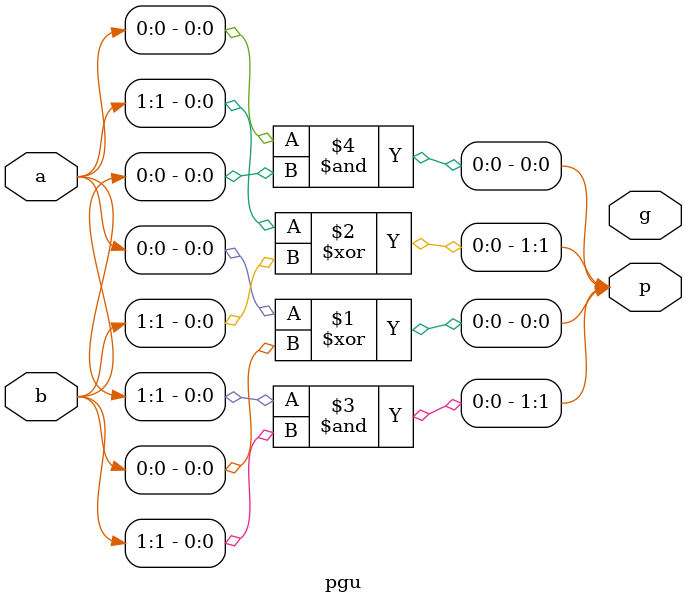
<source format=v>
`timescale 1ns/100ps
module pgu(a, b, p, g);

	input [1:0] a, b;
	output [1:0] p, g;
	
	xor x1(p[0], a[0], b[0]);
	xor x2(p[1], a[1], b[1]);
	and a1(p[1], a[1], b[1]);
	and a2(p[0], a[0], b[0]);
	
endmodule
</source>
